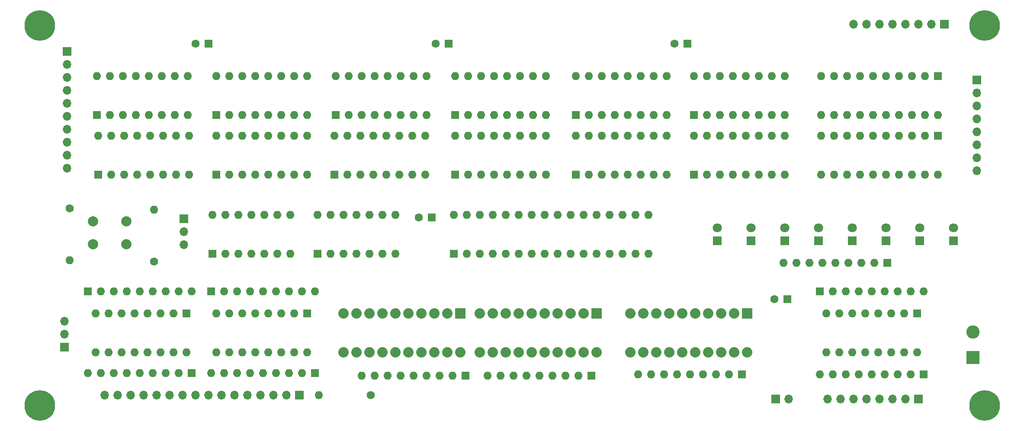
<source format=gbr>
%TF.GenerationSoftware,KiCad,Pcbnew,(5.1.9-0-10_14)*%
%TF.CreationDate,2021-06-17T15:33:31-04:00*%
%TF.ProjectId,ram-combined,72616d2d-636f-46d6-9269-6e65642e6b69,rev?*%
%TF.SameCoordinates,Original*%
%TF.FileFunction,Soldermask,Top*%
%TF.FilePolarity,Negative*%
%FSLAX46Y46*%
G04 Gerber Fmt 4.6, Leading zero omitted, Abs format (unit mm)*
G04 Created by KiCad (PCBNEW (5.1.9-0-10_14)) date 2021-06-17 15:33:31*
%MOMM*%
%LPD*%
G01*
G04 APERTURE LIST*
%ADD10O,1.700000X1.700000*%
%ADD11R,1.700000X1.700000*%
%ADD12C,6.000000*%
%ADD13C,0.800000*%
%ADD14C,1.800000*%
%ADD15R,1.800000X1.800000*%
%ADD16O,1.600000X1.600000*%
%ADD17R,1.600000X1.600000*%
%ADD18C,2.032000*%
%ADD19R,2.032000X2.032000*%
%ADD20C,2.000000*%
%ADD21C,1.600000*%
%ADD22C,2.600000*%
%ADD23R,2.600000X2.600000*%
G04 APERTURE END LIST*
D10*
%TO.C,J8*%
X227330000Y-34290000D03*
X229870000Y-34290000D03*
X232410000Y-34290000D03*
X234950000Y-34290000D03*
X237490000Y-34290000D03*
X240030000Y-34290000D03*
X242570000Y-34290000D03*
D11*
X245110000Y-34290000D03*
%TD*%
D12*
%TO.C,REF\u002A\u002A*%
X68072000Y-108966000D03*
D13*
X70322000Y-108966000D03*
X69662990Y-110556990D03*
X68072000Y-111216000D03*
X66481010Y-110556990D03*
X65822000Y-108966000D03*
X66481010Y-107375010D03*
X68072000Y-106716000D03*
X69662990Y-107375010D03*
%TD*%
%TO.C,REF\u002A\u002A*%
X254574990Y-107375010D03*
X252984000Y-106716000D03*
X251393010Y-107375010D03*
X250734000Y-108966000D03*
X251393010Y-110556990D03*
X252984000Y-111216000D03*
X254574990Y-110556990D03*
X255234000Y-108966000D03*
D12*
X252984000Y-108966000D03*
%TD*%
%TO.C,REF\u002A\u002A*%
X252984000Y-34544000D03*
D13*
X255234000Y-34544000D03*
X254574990Y-36134990D03*
X252984000Y-36794000D03*
X251393010Y-36134990D03*
X250734000Y-34544000D03*
X251393010Y-32953010D03*
X252984000Y-32294000D03*
X254574990Y-32953010D03*
%TD*%
%TO.C,REF\u002A\u002A*%
X69662990Y-32953010D03*
X68072000Y-32294000D03*
X66481010Y-32953010D03*
X65822000Y-34544000D03*
X66481010Y-36134990D03*
X68072000Y-36794000D03*
X69662990Y-36134990D03*
X70322000Y-34544000D03*
D12*
X68072000Y-34544000D03*
%TD*%
D10*
%TO.C,J3*%
X73406000Y-62484000D03*
X73406000Y-59944000D03*
X73406000Y-57404000D03*
X73406000Y-54864000D03*
X73406000Y-52324000D03*
X73406000Y-49784000D03*
X73406000Y-47244000D03*
X73406000Y-44704000D03*
X73406000Y-42164000D03*
D11*
X73406000Y-39624000D03*
%TD*%
D10*
%TO.C,J7*%
X72898000Y-92456000D03*
X72898000Y-94996000D03*
D11*
X72898000Y-97536000D03*
%TD*%
D10*
%TO.C,SW1*%
X96266000Y-77470000D03*
X96266000Y-74930000D03*
D11*
X96266000Y-72390000D03*
%TD*%
D14*
%TO.C,D1*%
X200660000Y-74168000D03*
D15*
X200660000Y-76708000D03*
%TD*%
D16*
%TO.C,RN10*%
X185166000Y-102870000D03*
X187706000Y-102870000D03*
X190246000Y-102870000D03*
X192786000Y-102870000D03*
X195326000Y-102870000D03*
X197866000Y-102870000D03*
X200406000Y-102870000D03*
X202946000Y-102870000D03*
D17*
X205486000Y-102870000D03*
%TD*%
D18*
%TO.C,BAR3*%
X206502000Y-98552000D03*
X203962000Y-98552000D03*
X201422000Y-98552000D03*
X198882000Y-98552000D03*
X186182000Y-90932000D03*
X183642000Y-90932000D03*
X183642000Y-98552000D03*
X186182000Y-98552000D03*
X188722000Y-90932000D03*
X191262000Y-90932000D03*
X193802000Y-90932000D03*
X196342000Y-90932000D03*
X196342000Y-98552000D03*
X193802000Y-98552000D03*
X191262000Y-98552000D03*
X188722000Y-98552000D03*
X198882000Y-90932000D03*
X201422000Y-90932000D03*
X203962000Y-90932000D03*
D19*
X206502000Y-90932000D03*
%TD*%
D16*
%TO.C,U13*%
X243840000Y-52070000D03*
X220980000Y-44450000D03*
X241300000Y-52070000D03*
X223520000Y-44450000D03*
X238760000Y-52070000D03*
X226060000Y-44450000D03*
X236220000Y-52070000D03*
X228600000Y-44450000D03*
X233680000Y-52070000D03*
X231140000Y-44450000D03*
X231140000Y-52070000D03*
X233680000Y-44450000D03*
X228600000Y-52070000D03*
X236220000Y-44450000D03*
X226060000Y-52070000D03*
X238760000Y-44450000D03*
X223520000Y-52070000D03*
X241300000Y-44450000D03*
X220980000Y-52070000D03*
D17*
X243840000Y-44450000D03*
%TD*%
D16*
%TO.C,U11*%
X243840000Y-63754000D03*
X220980000Y-56134000D03*
X241300000Y-63754000D03*
X223520000Y-56134000D03*
X238760000Y-63754000D03*
X226060000Y-56134000D03*
X236220000Y-63754000D03*
X228600000Y-56134000D03*
X233680000Y-63754000D03*
X231140000Y-56134000D03*
X231140000Y-63754000D03*
X233680000Y-56134000D03*
X228600000Y-63754000D03*
X236220000Y-56134000D03*
X226060000Y-63754000D03*
X238760000Y-56134000D03*
X223520000Y-63754000D03*
X241300000Y-56134000D03*
X220980000Y-63754000D03*
D17*
X243840000Y-56134000D03*
%TD*%
%TO.C,U2*%
X101854000Y-79248000D03*
D16*
X117094000Y-71628000D03*
X104394000Y-79248000D03*
X114554000Y-71628000D03*
X106934000Y-79248000D03*
X112014000Y-71628000D03*
X109474000Y-79248000D03*
X109474000Y-71628000D03*
X112014000Y-79248000D03*
X106934000Y-71628000D03*
X114554000Y-79248000D03*
X104394000Y-71628000D03*
X117094000Y-79248000D03*
X101854000Y-71628000D03*
%TD*%
D17*
%TO.C,U1*%
X122428000Y-79248000D03*
D16*
X137668000Y-71628000D03*
X124968000Y-79248000D03*
X135128000Y-71628000D03*
X127508000Y-79248000D03*
X132588000Y-71628000D03*
X130048000Y-79248000D03*
X130048000Y-71628000D03*
X132588000Y-79248000D03*
X127508000Y-71628000D03*
X135128000Y-79248000D03*
X124968000Y-71628000D03*
X137668000Y-79248000D03*
X122428000Y-71628000D03*
%TD*%
%TO.C,U17*%
X196088000Y-56134000D03*
X213868000Y-63754000D03*
X198628000Y-56134000D03*
X211328000Y-63754000D03*
X201168000Y-56134000D03*
X208788000Y-63754000D03*
X203708000Y-56134000D03*
X206248000Y-63754000D03*
X206248000Y-56134000D03*
X203708000Y-63754000D03*
X208788000Y-56134000D03*
X201168000Y-63754000D03*
X211328000Y-56134000D03*
X198628000Y-63754000D03*
X213868000Y-56134000D03*
D17*
X196088000Y-63754000D03*
%TD*%
D16*
%TO.C,U16*%
X196088000Y-44450000D03*
X213868000Y-52070000D03*
X198628000Y-44450000D03*
X211328000Y-52070000D03*
X201168000Y-44450000D03*
X208788000Y-52070000D03*
X203708000Y-44450000D03*
X206248000Y-52070000D03*
X206248000Y-44450000D03*
X203708000Y-52070000D03*
X208788000Y-44450000D03*
X201168000Y-52070000D03*
X211328000Y-44450000D03*
X198628000Y-52070000D03*
X213868000Y-44450000D03*
D17*
X196088000Y-52070000D03*
%TD*%
D16*
%TO.C,U15*%
X172974000Y-56134000D03*
X190754000Y-63754000D03*
X175514000Y-56134000D03*
X188214000Y-63754000D03*
X178054000Y-56134000D03*
X185674000Y-63754000D03*
X180594000Y-56134000D03*
X183134000Y-63754000D03*
X183134000Y-56134000D03*
X180594000Y-63754000D03*
X185674000Y-56134000D03*
X178054000Y-63754000D03*
X188214000Y-56134000D03*
X175514000Y-63754000D03*
X190754000Y-56134000D03*
D17*
X172974000Y-63754000D03*
%TD*%
D16*
%TO.C,U14*%
X172974000Y-44450000D03*
X190754000Y-52070000D03*
X175514000Y-44450000D03*
X188214000Y-52070000D03*
X178054000Y-44450000D03*
X185674000Y-52070000D03*
X180594000Y-44450000D03*
X183134000Y-52070000D03*
X183134000Y-44450000D03*
X180594000Y-52070000D03*
X185674000Y-44450000D03*
X178054000Y-52070000D03*
X188214000Y-44450000D03*
X175514000Y-52070000D03*
X190754000Y-44450000D03*
D17*
X172974000Y-52070000D03*
%TD*%
D16*
%TO.C,U12*%
X149352000Y-44450000D03*
X167132000Y-52070000D03*
X151892000Y-44450000D03*
X164592000Y-52070000D03*
X154432000Y-44450000D03*
X162052000Y-52070000D03*
X156972000Y-44450000D03*
X159512000Y-52070000D03*
X159512000Y-44450000D03*
X156972000Y-52070000D03*
X162052000Y-44450000D03*
X154432000Y-52070000D03*
X164592000Y-44450000D03*
X151892000Y-52070000D03*
X167132000Y-44450000D03*
D17*
X149352000Y-52070000D03*
%TD*%
D16*
%TO.C,U10*%
X125984000Y-44450000D03*
X143764000Y-52070000D03*
X128524000Y-44450000D03*
X141224000Y-52070000D03*
X131064000Y-44450000D03*
X138684000Y-52070000D03*
X133604000Y-44450000D03*
X136144000Y-52070000D03*
X136144000Y-44450000D03*
X133604000Y-52070000D03*
X138684000Y-44450000D03*
X131064000Y-52070000D03*
X141224000Y-44450000D03*
X128524000Y-52070000D03*
X143764000Y-44450000D03*
D17*
X125984000Y-52070000D03*
%TD*%
D16*
%TO.C,U9*%
X149098000Y-71628000D03*
X187198000Y-79248000D03*
X151638000Y-71628000D03*
X184658000Y-79248000D03*
X154178000Y-71628000D03*
X182118000Y-79248000D03*
X156718000Y-71628000D03*
X179578000Y-79248000D03*
X159258000Y-71628000D03*
X177038000Y-79248000D03*
X161798000Y-71628000D03*
X174498000Y-79248000D03*
X164338000Y-71628000D03*
X171958000Y-79248000D03*
X166878000Y-71628000D03*
X169418000Y-79248000D03*
X169418000Y-71628000D03*
X166878000Y-79248000D03*
X171958000Y-71628000D03*
X164338000Y-79248000D03*
X174498000Y-71628000D03*
X161798000Y-79248000D03*
X177038000Y-71628000D03*
X159258000Y-79248000D03*
X179578000Y-71628000D03*
X156718000Y-79248000D03*
X182118000Y-71628000D03*
X154178000Y-79248000D03*
X184658000Y-71628000D03*
X151638000Y-79248000D03*
X187198000Y-71628000D03*
D17*
X149098000Y-79248000D03*
%TD*%
D16*
%TO.C,U8*%
X102616000Y-44450000D03*
X120396000Y-52070000D03*
X105156000Y-44450000D03*
X117856000Y-52070000D03*
X107696000Y-44450000D03*
X115316000Y-52070000D03*
X110236000Y-44450000D03*
X112776000Y-52070000D03*
X112776000Y-44450000D03*
X110236000Y-52070000D03*
X115316000Y-44450000D03*
X107696000Y-52070000D03*
X117856000Y-44450000D03*
X105156000Y-52070000D03*
X120396000Y-44450000D03*
D17*
X102616000Y-52070000D03*
%TD*%
D16*
%TO.C,U7*%
X125730000Y-56134000D03*
X143510000Y-63754000D03*
X128270000Y-56134000D03*
X140970000Y-63754000D03*
X130810000Y-56134000D03*
X138430000Y-63754000D03*
X133350000Y-56134000D03*
X135890000Y-63754000D03*
X135890000Y-56134000D03*
X133350000Y-63754000D03*
X138430000Y-56134000D03*
X130810000Y-63754000D03*
X140970000Y-56134000D03*
X128270000Y-63754000D03*
X143510000Y-56134000D03*
D17*
X125730000Y-63754000D03*
%TD*%
D16*
%TO.C,U6*%
X102616000Y-56134000D03*
X120396000Y-63754000D03*
X105156000Y-56134000D03*
X117856000Y-63754000D03*
X107696000Y-56134000D03*
X115316000Y-63754000D03*
X110236000Y-56134000D03*
X112776000Y-63754000D03*
X112776000Y-56134000D03*
X110236000Y-63754000D03*
X115316000Y-56134000D03*
X107696000Y-63754000D03*
X117856000Y-56134000D03*
X105156000Y-63754000D03*
X120396000Y-56134000D03*
D17*
X102616000Y-63754000D03*
%TD*%
D16*
%TO.C,U5*%
X79248000Y-44450000D03*
X97028000Y-52070000D03*
X81788000Y-44450000D03*
X94488000Y-52070000D03*
X84328000Y-44450000D03*
X91948000Y-52070000D03*
X86868000Y-44450000D03*
X89408000Y-52070000D03*
X89408000Y-44450000D03*
X86868000Y-52070000D03*
X91948000Y-44450000D03*
X84328000Y-52070000D03*
X94488000Y-44450000D03*
X81788000Y-52070000D03*
X97028000Y-44450000D03*
D17*
X79248000Y-52070000D03*
%TD*%
D16*
%TO.C,U4*%
X149352000Y-56134000D03*
X167132000Y-63754000D03*
X151892000Y-56134000D03*
X164592000Y-63754000D03*
X154432000Y-56134000D03*
X162052000Y-63754000D03*
X156972000Y-56134000D03*
X159512000Y-63754000D03*
X159512000Y-56134000D03*
X156972000Y-63754000D03*
X162052000Y-56134000D03*
X154432000Y-63754000D03*
X164592000Y-56134000D03*
X151892000Y-63754000D03*
X167132000Y-56134000D03*
D17*
X149352000Y-63754000D03*
%TD*%
D16*
%TO.C,U3*%
X79502000Y-56134000D03*
X97282000Y-63754000D03*
X82042000Y-56134000D03*
X94742000Y-63754000D03*
X84582000Y-56134000D03*
X92202000Y-63754000D03*
X87122000Y-56134000D03*
X89662000Y-63754000D03*
X89662000Y-56134000D03*
X87122000Y-63754000D03*
X92202000Y-56134000D03*
X84582000Y-63754000D03*
X94742000Y-56134000D03*
X82042000Y-63754000D03*
X97282000Y-56134000D03*
D17*
X79502000Y-63754000D03*
%TD*%
D16*
%TO.C,SW5*%
X239810000Y-98580000D03*
X222030000Y-90960000D03*
X237270000Y-98580000D03*
X224570000Y-90960000D03*
X234730000Y-98580000D03*
X227110000Y-90960000D03*
X232190000Y-98580000D03*
X229650000Y-90960000D03*
X229650000Y-98580000D03*
X232190000Y-90960000D03*
X227110000Y-98580000D03*
X234730000Y-90960000D03*
X224570000Y-98580000D03*
X237270000Y-90960000D03*
X222030000Y-98580000D03*
D17*
X239810000Y-90960000D03*
%TD*%
D16*
%TO.C,SW4*%
X120396000Y-98552000D03*
X102616000Y-90932000D03*
X117856000Y-98552000D03*
X105156000Y-90932000D03*
X115316000Y-98552000D03*
X107696000Y-90932000D03*
X112776000Y-98552000D03*
X110236000Y-90932000D03*
X110236000Y-98552000D03*
X112776000Y-90932000D03*
X107696000Y-98552000D03*
X115316000Y-90932000D03*
X105156000Y-98552000D03*
X117856000Y-90932000D03*
X102616000Y-98552000D03*
D17*
X120396000Y-90932000D03*
%TD*%
D16*
%TO.C,SW3*%
X96774000Y-98590000D03*
X78994000Y-90970000D03*
X94234000Y-98590000D03*
X81534000Y-90970000D03*
X91694000Y-98590000D03*
X84074000Y-90970000D03*
X89154000Y-98590000D03*
X86614000Y-90970000D03*
X86614000Y-98590000D03*
X89154000Y-90970000D03*
X84074000Y-98590000D03*
X91694000Y-90970000D03*
X81534000Y-98590000D03*
X94234000Y-90970000D03*
X78994000Y-98590000D03*
D17*
X96774000Y-90970000D03*
%TD*%
D20*
%TO.C,SW2*%
X84986000Y-72898000D03*
X84986000Y-77398000D03*
X78486000Y-72898000D03*
X78486000Y-77398000D03*
%TD*%
D16*
%TO.C,RN9*%
X241046000Y-86614000D03*
X238506000Y-86614000D03*
X235966000Y-86614000D03*
X233426000Y-86614000D03*
X230886000Y-86614000D03*
X228346000Y-86614000D03*
X225806000Y-86614000D03*
X223266000Y-86614000D03*
D17*
X220726000Y-86614000D03*
%TD*%
D16*
%TO.C,RN8*%
X220726000Y-102870000D03*
X223266000Y-102870000D03*
X225806000Y-102870000D03*
X228346000Y-102870000D03*
X230886000Y-102870000D03*
X233426000Y-102870000D03*
X235966000Y-102870000D03*
X238506000Y-102870000D03*
D17*
X241046000Y-102870000D03*
%TD*%
D16*
%TO.C,RN7*%
X121920000Y-86614000D03*
X119380000Y-86614000D03*
X116840000Y-86614000D03*
X114300000Y-86614000D03*
X111760000Y-86614000D03*
X109220000Y-86614000D03*
X106680000Y-86614000D03*
X104140000Y-86614000D03*
D17*
X101600000Y-86614000D03*
%TD*%
D16*
%TO.C,RN6*%
X101600000Y-102616000D03*
X104140000Y-102616000D03*
X106680000Y-102616000D03*
X109220000Y-102616000D03*
X111760000Y-102616000D03*
X114300000Y-102616000D03*
X116840000Y-102616000D03*
X119380000Y-102616000D03*
D17*
X121920000Y-102616000D03*
%TD*%
D16*
%TO.C,RN5*%
X97790000Y-86614000D03*
X95250000Y-86614000D03*
X92710000Y-86614000D03*
X90170000Y-86614000D03*
X87630000Y-86614000D03*
X85090000Y-86614000D03*
X82550000Y-86614000D03*
X80010000Y-86614000D03*
D17*
X77470000Y-86614000D03*
%TD*%
D16*
%TO.C,RN4*%
X77470000Y-102616000D03*
X80010000Y-102616000D03*
X82550000Y-102616000D03*
X85090000Y-102616000D03*
X87630000Y-102616000D03*
X90170000Y-102616000D03*
X92710000Y-102616000D03*
X95250000Y-102616000D03*
D17*
X97790000Y-102616000D03*
%TD*%
D16*
%TO.C,RN3*%
X155702000Y-103124000D03*
X158242000Y-103124000D03*
X160782000Y-103124000D03*
X163322000Y-103124000D03*
X165862000Y-103124000D03*
X168402000Y-103124000D03*
X170942000Y-103124000D03*
X173482000Y-103124000D03*
D17*
X176022000Y-103124000D03*
%TD*%
D16*
%TO.C,RN2*%
X213614000Y-81026000D03*
X216154000Y-81026000D03*
X218694000Y-81026000D03*
X221234000Y-81026000D03*
X223774000Y-81026000D03*
X226314000Y-81026000D03*
X228854000Y-81026000D03*
X231394000Y-81026000D03*
D17*
X233934000Y-81026000D03*
%TD*%
D16*
%TO.C,RN1*%
X131064000Y-103124000D03*
X133604000Y-103124000D03*
X136144000Y-103124000D03*
X138684000Y-103124000D03*
X141224000Y-103124000D03*
X143764000Y-103124000D03*
X146304000Y-103124000D03*
X148844000Y-103124000D03*
D17*
X151384000Y-103124000D03*
%TD*%
D16*
%TO.C,R3*%
X90424000Y-70612000D03*
D21*
X90424000Y-80772000D03*
%TD*%
D16*
%TO.C,R2*%
X73914000Y-80518000D03*
D21*
X73914000Y-70358000D03*
%TD*%
D16*
%TO.C,R1*%
X122682000Y-106934000D03*
D21*
X132842000Y-106934000D03*
%TD*%
D10*
%TO.C,J6*%
X80772000Y-106934000D03*
X83312000Y-106934000D03*
X85852000Y-106934000D03*
X88392000Y-106934000D03*
X90932000Y-106934000D03*
X93472000Y-106934000D03*
X96012000Y-106934000D03*
X98552000Y-106934000D03*
X101092000Y-106934000D03*
X103632000Y-106934000D03*
X106172000Y-106934000D03*
X108712000Y-106934000D03*
X111252000Y-106934000D03*
X113792000Y-106934000D03*
X116332000Y-106934000D03*
D11*
X118872000Y-106934000D03*
%TD*%
D22*
%TO.C,J5*%
X250698000Y-94568000D03*
D23*
X250698000Y-99568000D03*
%TD*%
D10*
%TO.C,J4*%
X214630000Y-107696000D03*
D11*
X212090000Y-107696000D03*
%TD*%
D10*
%TO.C,J2*%
X251460000Y-62992000D03*
X251460000Y-60452000D03*
X251460000Y-57912000D03*
X251460000Y-55372000D03*
X251460000Y-52832000D03*
X251460000Y-50292000D03*
X251460000Y-47752000D03*
D11*
X251460000Y-45212000D03*
%TD*%
D10*
%TO.C,J1*%
X222250000Y-107696000D03*
X224790000Y-107696000D03*
X227330000Y-107696000D03*
X229870000Y-107696000D03*
X232410000Y-107696000D03*
X234950000Y-107696000D03*
X237490000Y-107696000D03*
D11*
X240030000Y-107696000D03*
%TD*%
D14*
%TO.C,D8*%
X246888000Y-74168000D03*
D15*
X246888000Y-76708000D03*
%TD*%
D14*
%TO.C,D7*%
X240284000Y-74168000D03*
D15*
X240284000Y-76708000D03*
%TD*%
D14*
%TO.C,D6*%
X233680000Y-74168000D03*
D15*
X233680000Y-76708000D03*
%TD*%
D14*
%TO.C,D5*%
X227076000Y-74168000D03*
D15*
X227076000Y-76708000D03*
%TD*%
D14*
%TO.C,D4*%
X220472000Y-74168000D03*
D15*
X220472000Y-76708000D03*
%TD*%
D14*
%TO.C,D3*%
X213868000Y-74168000D03*
D15*
X213868000Y-76708000D03*
%TD*%
D14*
%TO.C,D2*%
X207264000Y-74168000D03*
D15*
X207264000Y-76708000D03*
%TD*%
D21*
%TO.C,C5*%
X145582000Y-38100000D03*
D17*
X148082000Y-38100000D03*
%TD*%
D21*
%TO.C,C4*%
X192318000Y-38100000D03*
D17*
X194818000Y-38100000D03*
%TD*%
D21*
%TO.C,C3*%
X142280000Y-72136000D03*
D17*
X144780000Y-72136000D03*
%TD*%
D21*
%TO.C,C2*%
X211876000Y-88138000D03*
D17*
X214376000Y-88138000D03*
%TD*%
D21*
%TO.C,C1*%
X98592000Y-38100000D03*
D17*
X101092000Y-38100000D03*
%TD*%
D18*
%TO.C,BAR2*%
X177038000Y-98552000D03*
X174498000Y-98552000D03*
X171958000Y-98552000D03*
X169418000Y-98552000D03*
X156718000Y-90932000D03*
X154178000Y-90932000D03*
X154178000Y-98552000D03*
X156718000Y-98552000D03*
X159258000Y-90932000D03*
X161798000Y-90932000D03*
X164338000Y-90932000D03*
X166878000Y-90932000D03*
X166878000Y-98552000D03*
X164338000Y-98552000D03*
X161798000Y-98552000D03*
X159258000Y-98552000D03*
X169418000Y-90932000D03*
X171958000Y-90932000D03*
X174498000Y-90932000D03*
D19*
X177038000Y-90932000D03*
%TD*%
D18*
%TO.C,BAR1*%
X150368000Y-98552000D03*
X147828000Y-98552000D03*
X145288000Y-98552000D03*
X142748000Y-98552000D03*
X130048000Y-90932000D03*
X127508000Y-90932000D03*
X127508000Y-98552000D03*
X130048000Y-98552000D03*
X132588000Y-90932000D03*
X135128000Y-90932000D03*
X137668000Y-90932000D03*
X140208000Y-90932000D03*
X140208000Y-98552000D03*
X137668000Y-98552000D03*
X135128000Y-98552000D03*
X132588000Y-98552000D03*
X142748000Y-90932000D03*
X145288000Y-90932000D03*
X147828000Y-90932000D03*
D19*
X150368000Y-90932000D03*
%TD*%
M02*

</source>
